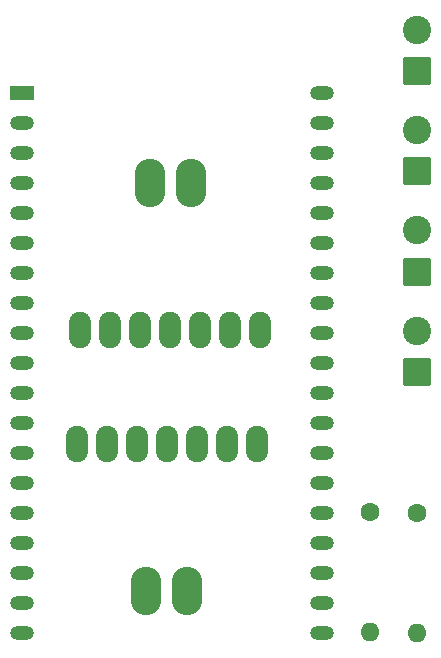
<source format=gbr>
%TF.GenerationSoftware,KiCad,Pcbnew,9.0.0*%
%TF.CreationDate,2025-03-25T17:14:42+01:00*%
%TF.ProjectId,ESP32_speaker_tiny,45535033-325f-4737-9065-616b65725f74,rev?*%
%TF.SameCoordinates,Original*%
%TF.FileFunction,Soldermask,Top*%
%TF.FilePolarity,Negative*%
%FSLAX46Y46*%
G04 Gerber Fmt 4.6, Leading zero omitted, Abs format (unit mm)*
G04 Created by KiCad (PCBNEW 9.0.0) date 2025-03-25 17:14:42*
%MOMM*%
%LPD*%
G01*
G04 APERTURE LIST*
G04 Aperture macros list*
%AMRoundRect*
0 Rectangle with rounded corners*
0 $1 Rounding radius*
0 $2 $3 $4 $5 $6 $7 $8 $9 X,Y pos of 4 corners*
0 Add a 4 corners polygon primitive as box body*
4,1,4,$2,$3,$4,$5,$6,$7,$8,$9,$2,$3,0*
0 Add four circle primitives for the rounded corners*
1,1,$1+$1,$2,$3*
1,1,$1+$1,$4,$5*
1,1,$1+$1,$6,$7*
1,1,$1+$1,$8,$9*
0 Add four rect primitives between the rounded corners*
20,1,$1+$1,$2,$3,$4,$5,0*
20,1,$1+$1,$4,$5,$6,$7,0*
20,1,$1+$1,$6,$7,$8,$9,0*
20,1,$1+$1,$8,$9,$2,$3,0*%
G04 Aperture macros list end*
%ADD10RoundRect,0.250001X0.949999X-0.949999X0.949999X0.949999X-0.949999X0.949999X-0.949999X-0.949999X0*%
%ADD11C,2.400000*%
%ADD12C,1.600000*%
%ADD13O,1.600000X1.600000*%
%ADD14R,2.000000X1.200000*%
%ADD15O,2.000000X1.200000*%
%ADD16O,1.851600X3.101600*%
%ADD17O,2.601600X4.101600*%
G04 APERTURE END LIST*
D10*
%TO.C,SPEAKER_R*%
X60000000Y-22000000D03*
D11*
X60000000Y-18500000D03*
%TD*%
D10*
%TO.C,+ -*%
X60000000Y-47500000D03*
D11*
X60000000Y-44000000D03*
%TD*%
D12*
%TO.C,GAIN_L1*%
X60000000Y-59420000D03*
D13*
X60000000Y-69580000D03*
%TD*%
D10*
%TO.C,PWR_SWITCH*%
X60000000Y-39000000D03*
D11*
X60000000Y-35500000D03*
%TD*%
D14*
%TO.C,U1*%
X26600000Y-23900000D03*
D15*
X26600000Y-26440000D03*
X26600000Y-28980000D03*
X26600000Y-31520000D03*
X26600000Y-34060000D03*
X26600000Y-36600000D03*
X26600000Y-39140000D03*
X26600000Y-41680000D03*
X26600000Y-44220000D03*
X26600000Y-46760000D03*
X26600000Y-49300000D03*
X26600000Y-51840000D03*
X26600000Y-54380000D03*
X26600000Y-56920000D03*
X26600000Y-59460000D03*
X26600000Y-62000000D03*
X26600000Y-64540000D03*
X26600000Y-67080000D03*
X26600000Y-69620000D03*
X51996320Y-69617280D03*
X51996320Y-67077280D03*
X52000000Y-64540000D03*
X52000000Y-62000000D03*
X52000000Y-59460000D03*
X52000000Y-56920000D03*
X52000000Y-54380000D03*
X52000000Y-51840000D03*
X52000000Y-49300000D03*
X52000000Y-46760000D03*
X52000000Y-44220000D03*
X52000000Y-41680000D03*
X52000000Y-39140000D03*
X52000000Y-36600000D03*
X52000000Y-34060000D03*
X52000000Y-31520000D03*
X52000000Y-28980000D03*
X52000000Y-26440000D03*
X52000000Y-23900000D03*
%TD*%
D12*
%TO.C,GAIN_R1*%
X56000000Y-59340000D03*
D13*
X56000000Y-69500000D03*
%TD*%
D10*
%TO.C,SPEAKER_L*%
X60000000Y-30500000D03*
D11*
X60000000Y-27000000D03*
%TD*%
D16*
%TO.C,AMP_R1*%
X31500000Y-43907000D03*
X34040000Y-43907000D03*
X36580000Y-43907000D03*
X39120000Y-43907000D03*
X41660000Y-43907000D03*
X44200000Y-43907000D03*
X46740000Y-43907000D03*
D17*
X40920000Y-31453000D03*
X37420000Y-31453000D03*
%TD*%
D16*
%TO.C,AMP_L1*%
X46500000Y-53593000D03*
X43960000Y-53593000D03*
X41420000Y-53593000D03*
X38880000Y-53593000D03*
X36340000Y-53593000D03*
X33800000Y-53593000D03*
X31260000Y-53593000D03*
D17*
X37080000Y-66047000D03*
X40580000Y-66047000D03*
%TD*%
M02*

</source>
